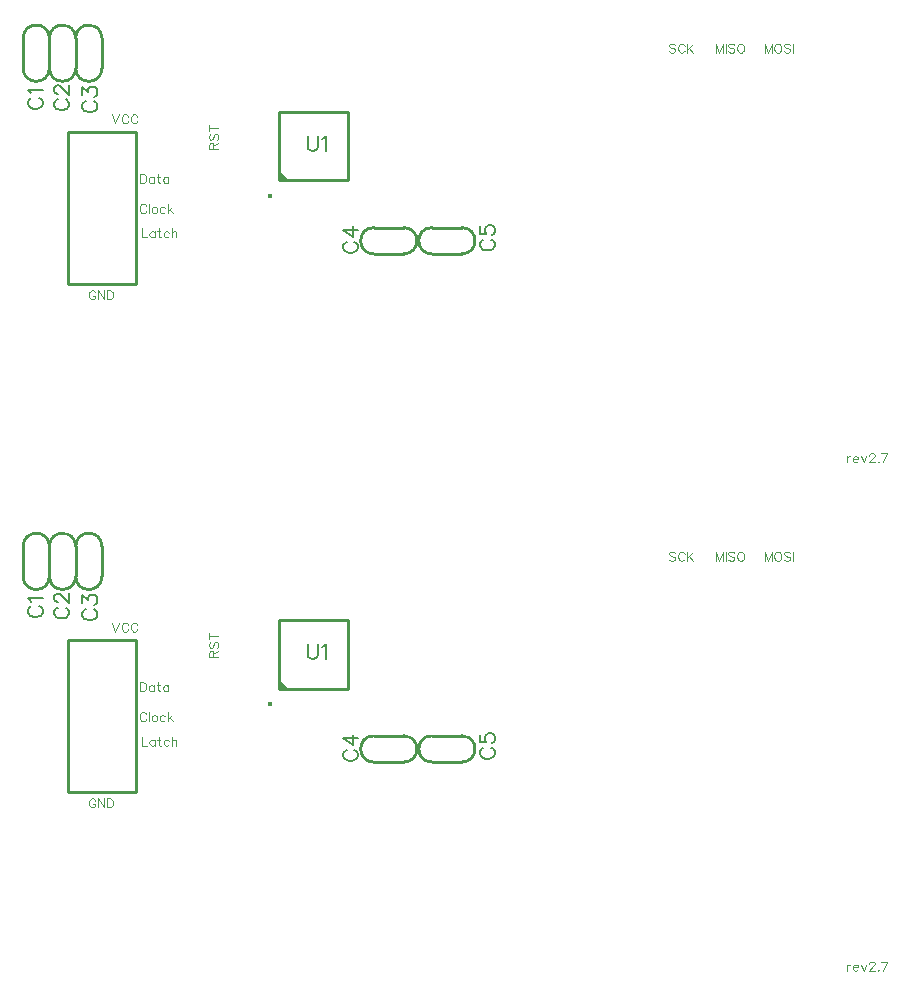
<source format=gto>
G04 DipTrace 3.3.1.3*
G04 top_silk_dendy_gamepad_Remastered_rev2.7.gto*
%MOMM*%
G04 #@! TF.FileFunction,Legend,Top*
G04 #@! TF.Part,Single*
%ADD10C,0.25*%
%ADD19C,0.11767*%
%ADD30O,0.41915X0.41612*%
%ADD55C,0.19608*%
%FSLAX35Y35*%
G04*
G71*
G90*
G75*
G01*
G04 TopSilk*
%LPD*%
X4111815Y4477247D2*
D10*
Y4731279D1*
X3889565Y4477247D2*
Y4731279D1*
X4111815D2*
G03X3889565Y4731279I-111125J-16D01*
G01*
Y4477247D2*
G03X4111815Y4477247I111125J16D01*
G01*
X4334088D2*
Y4731279D1*
X4111838Y4477247D2*
Y4731279D1*
X4334088D2*
G03X4111838Y4731279I-111125J-16D01*
G01*
Y4477247D2*
G03X4334088Y4477247I111125J16D01*
G01*
X4556362D2*
Y4731279D1*
X4334112Y4477247D2*
Y4731279D1*
X4556362D2*
G03X4334112Y4731279I-111125J-16D01*
G01*
Y4477247D2*
G03X4556362Y4477247I111125J16D01*
G01*
X7112259Y3127462D2*
X6858227D1*
X7112259Y2905212D2*
X6858227D1*
Y3127462D2*
G03X6858227Y2905212I16J-111125D01*
G01*
X7112259D2*
G03X7112259Y3127462I-16J111125D01*
G01*
X7604436D2*
X7350404D1*
X7604436Y2905212D2*
X7350404D1*
Y3127462D2*
G03X7350404Y2905212I16J-111125D01*
G01*
X7604436D2*
G03X7604436Y3127462I-16J111125D01*
G01*
X6059635Y3527406D2*
Y4107348D1*
X6639678D1*
Y3527406D1*
X6059635D1*
D30*
X5980602Y3396207D3*
G36*
X6059635Y3527406D2*
X6139627D1*
X6059635Y3607398D1*
Y3527406D1*
G37*
X4270593Y3937183D2*
D10*
X4842153D1*
Y2651173D1*
X4270593D1*
Y3937183D1*
X10863123Y1190513D2*
D19*
Y1139470D1*
Y1168613D2*
X10866830Y1179563D1*
X10874073Y1186890D1*
X10881400Y1190513D1*
X10892350D1*
X10915880Y1168613D2*
X10959597D1*
Y1175940D1*
X10955973Y1183270D1*
X10952350Y1186890D1*
X10945023Y1190513D1*
X10934073D1*
X10926830Y1186890D1*
X10919503Y1179563D1*
X10915880Y1168613D1*
Y1161370D1*
X10919503Y1150420D1*
X10926830Y1143177D1*
X10934073Y1139470D1*
X10945023D1*
X10952350Y1143177D1*
X10959597Y1150420D1*
X10983123Y1190513D2*
X11005023Y1139470D1*
X11026840Y1190513D1*
X11054077Y1197757D2*
Y1201380D1*
X11057700Y1208707D1*
X11061320Y1212327D1*
X11068650Y1215950D1*
X11083220D1*
X11090463Y1212327D1*
X11094087Y1208707D1*
X11097790Y1201380D1*
Y1194137D1*
X11094087Y1186807D1*
X11086843Y1175940D1*
X11050370Y1139470D1*
X11101413D1*
X11128567Y1146797D2*
X11124943Y1143090D1*
X11128567Y1139470D1*
X11132270Y1143090D1*
X11128567Y1146797D1*
X11170373Y1139470D2*
X11206843Y1215950D1*
X11155800D1*
X3959562Y4224635D2*
D55*
X3947489Y4218599D1*
X3935275Y4206386D1*
X3929238Y4194312D1*
Y4170026D1*
X3935275Y4157812D1*
X3947488Y4145739D1*
X3959561Y4139562D1*
X3977811Y4133526D1*
X4008275D1*
X4026385Y4139562D1*
X4038598Y4145739D1*
X4050671Y4157812D1*
X4056848Y4170026D1*
Y4194312D1*
X4050671Y4206385D1*
X4038598Y4218599D1*
X4026385Y4224635D1*
X3953665Y4263851D2*
X3947489Y4276065D1*
X3929379Y4294315D1*
X4056848Y4294314D1*
X4181835Y4213207D2*
X4169762Y4207171D1*
X4157548Y4194957D1*
X4151512Y4182884D1*
Y4158598D1*
X4157548Y4146384D1*
X4169762Y4134311D1*
X4181835Y4128134D1*
X4200085Y4122098D1*
X4230548D1*
X4248658Y4128134D1*
X4260871Y4134311D1*
X4272945Y4146384D1*
X4279121Y4158598D1*
Y4182884D1*
X4272945Y4194957D1*
X4260871Y4207171D1*
X4248658Y4213207D1*
X4181975Y4258600D2*
X4175939D1*
X4163725Y4264636D1*
X4157689Y4270673D1*
X4151652Y4282886D1*
Y4307173D1*
X4157689Y4319246D1*
X4163725Y4325283D1*
X4175939Y4331459D1*
X4188012D1*
X4200225Y4325282D1*
X4218335Y4313209D1*
X4279121Y4252423D1*
Y4337496D1*
X4419985Y4197331D2*
X4407912Y4191294D1*
X4395698Y4179081D1*
X4389662Y4167008D1*
Y4142721D1*
X4395698Y4130508D1*
X4407912Y4118435D1*
X4419985Y4112258D1*
X4438235Y4106221D1*
X4468698D1*
X4486808Y4112258D1*
X4499021Y4118435D1*
X4511095Y4130508D1*
X4517271Y4142721D1*
Y4167007D1*
X4511095Y4179081D1*
X4499021Y4191294D1*
X4486808Y4197331D1*
X4389802Y4248760D2*
Y4315442D1*
X4438375Y4279083D1*
Y4297333D1*
X4444412Y4309406D1*
X4450448Y4315442D1*
X4468698Y4321619D1*
X4480771D1*
X4499021Y4315442D1*
X4511235Y4303369D1*
X4517271Y4285119D1*
Y4266869D1*
X4511235Y4248760D1*
X4505058Y4242723D1*
X4492985Y4236546D1*
X6627568Y3007212D2*
X6615495Y3001176D1*
X6603282Y2988962D1*
X6597245Y2976889D1*
Y2952603D1*
X6603282Y2940389D1*
X6615495Y2928316D1*
X6627568Y2922139D1*
X6645818Y2916103D1*
X6676282D1*
X6694391Y2922139D1*
X6706605Y2928316D1*
X6718678Y2940389D1*
X6724855Y2952603D1*
Y2976889D1*
X6718678Y2988962D1*
X6706605Y3001176D1*
X6694391Y3007212D1*
X6724855Y3107214D2*
X6597386Y3107215D1*
X6682318Y3046428D1*
Y3137538D1*
X7786565Y3026107D2*
X7774492Y3020071D1*
X7762278Y3007857D1*
X7756242Y2995784D1*
Y2971498D1*
X7762278Y2959284D1*
X7774492Y2947211D1*
X7786565Y2941034D1*
X7804815Y2934998D1*
X7835278D1*
X7853388Y2941034D1*
X7865601Y2947211D1*
X7877675Y2959284D1*
X7883851Y2971498D1*
Y2995784D1*
X7877675Y3007857D1*
X7865601Y3020071D1*
X7853388Y3026107D1*
X7756382Y3138183D2*
Y3077536D1*
X7810992Y3071500D1*
X7804955Y3077536D1*
X7798778Y3095786D1*
Y3113896D1*
X7804955Y3132146D1*
X7817028Y3144359D1*
X7835278Y3150396D1*
X7847351D1*
X7865601Y3144359D1*
X7877815Y3132146D1*
X7883851Y3113896D1*
Y3095786D1*
X7877815Y3077536D1*
X7871638Y3071500D1*
X7859565Y3065323D1*
X6299034Y3905050D2*
Y3813940D1*
X6305070Y3795690D1*
X6317284Y3783617D1*
X6335534Y3777440D1*
X6347607D1*
X6365857Y3783617D1*
X6378070Y3795690D1*
X6384107Y3813940D1*
Y3905050D1*
X6423323Y3880623D2*
X6435536Y3886800D1*
X6453786Y3904910D1*
Y3777440D1*
X4641639Y4085982D2*
D19*
X4670783Y4009416D1*
X4699927Y4085982D1*
X4778122Y4067788D2*
X4774500Y4075032D1*
X4767172Y4082360D1*
X4759928Y4085982D1*
X4745356D1*
X4738028Y4082360D1*
X4730784Y4075032D1*
X4727078Y4067788D1*
X4723456Y4056838D1*
Y4038560D1*
X4727078Y4027694D1*
X4730784Y4020366D1*
X4738028Y4013122D1*
X4745356Y4009416D1*
X4759928D1*
X4767172Y4013122D1*
X4774500Y4020366D1*
X4778122Y4027694D1*
X4856317Y4067788D2*
X4852695Y4075032D1*
X4845367Y4082360D1*
X4838123Y4085982D1*
X4823551D1*
X4816223Y4082360D1*
X4808979Y4075032D1*
X4805273Y4067788D1*
X4801651Y4056838D1*
Y4038560D1*
X4805273Y4027694D1*
X4808979Y4020366D1*
X4816223Y4013122D1*
X4823551Y4009416D1*
X4838123D1*
X4845367Y4013122D1*
X4852695Y4020366D1*
X4856317Y4027694D1*
X4879789Y3581658D2*
Y3505093D1*
X4905311D1*
X4916261Y3508799D1*
X4923589Y3516043D1*
X4927211Y3523371D1*
X4930833Y3534236D1*
Y3552514D1*
X4927211Y3563464D1*
X4923589Y3570708D1*
X4916261Y3578036D1*
X4905311Y3581658D1*
X4879789D1*
X4998078Y3556136D2*
Y3505093D1*
Y3545186D2*
X4990834Y3552514D1*
X4983506Y3556136D1*
X4972640D1*
X4965312Y3552514D1*
X4958068Y3545186D1*
X4954362Y3534236D1*
Y3526993D1*
X4958068Y3516043D1*
X4965312Y3508799D1*
X4972640Y3505093D1*
X4983506D1*
X4990834Y3508799D1*
X4998078Y3516043D1*
X5032557Y3581658D2*
Y3519664D1*
X5036179Y3508799D1*
X5043507Y3505093D1*
X5050751D1*
X5021607Y3556136D2*
X5047129D1*
X5117996D2*
Y3505093D1*
Y3545186D2*
X5110753Y3552514D1*
X5103425Y3556136D1*
X5092559D1*
X5085231Y3552514D1*
X5077987Y3545186D1*
X5074281Y3534236D1*
Y3526993D1*
X5077987Y3516043D1*
X5085231Y3508799D1*
X5092559Y3505093D1*
X5103425D1*
X5110753Y3508799D1*
X5117996Y3516043D1*
X4930725Y3309438D2*
X4927103Y3316682D1*
X4919775Y3324010D1*
X4912531Y3327632D1*
X4897959D1*
X4890631Y3324010D1*
X4883387Y3316682D1*
X4879681Y3309438D1*
X4876059Y3298488D1*
Y3280210D1*
X4879681Y3269344D1*
X4883387Y3262016D1*
X4890631Y3254772D1*
X4897959Y3251066D1*
X4912531D1*
X4919775Y3254772D1*
X4927103Y3262016D1*
X4930725Y3269344D1*
X4954254Y3327632D2*
Y3251066D1*
X4995977Y3302110D2*
X4988734Y3298488D1*
X4981406Y3291160D1*
X4977784Y3280210D1*
Y3272966D1*
X4981406Y3262016D1*
X4988734Y3254772D1*
X4995977Y3251066D1*
X5006927D1*
X5014256Y3254772D1*
X5021499Y3262016D1*
X5025206Y3272966D1*
Y3280210D1*
X5021499Y3291160D1*
X5014256Y3298488D1*
X5006927Y3302110D1*
X4995977D1*
X5092535Y3291160D2*
X5085207Y3298488D1*
X5077879Y3302110D1*
X5067013D1*
X5059685Y3298488D1*
X5052441Y3291160D1*
X5048735Y3280210D1*
Y3272966D1*
X5052441Y3262016D1*
X5059685Y3254772D1*
X5067013Y3251066D1*
X5077879D1*
X5085207Y3254772D1*
X5092535Y3262016D1*
X5116064Y3327632D2*
Y3251066D1*
X5152536Y3302110D2*
X5116064Y3265638D1*
X5130636Y3280210D2*
X5156158Y3251066D1*
X4502055Y2579111D2*
X4498433Y2586355D1*
X4491105Y2593683D1*
X4483861Y2597305D1*
X4469289D1*
X4461961Y2593683D1*
X4454717Y2586355D1*
X4451011Y2579111D1*
X4447389Y2568161D1*
Y2549883D1*
X4451011Y2539017D1*
X4454717Y2531689D1*
X4461961Y2524445D1*
X4469289Y2520739D1*
X4483861D1*
X4491105Y2524445D1*
X4498433Y2531689D1*
X4502055Y2539017D1*
Y2549883D1*
X4483861D1*
X4576628Y2597305D2*
Y2520739D1*
X4525584Y2597305D1*
Y2520739D1*
X4600157Y2597305D2*
Y2520739D1*
X4625679D1*
X4636629Y2524445D1*
X4643957Y2531689D1*
X4647579Y2539017D1*
X4651201Y2549883D1*
Y2568161D1*
X4647579Y2579111D1*
X4643957Y2586355D1*
X4636629Y2593683D1*
X4625679Y2597305D1*
X4600157D1*
X4891936Y3121235D2*
Y3044669D1*
X4935651D1*
X5002897Y3095713D2*
Y3044669D1*
Y3084763D2*
X4995653Y3092091D1*
X4988325Y3095713D1*
X4977459D1*
X4970131Y3092091D1*
X4962887Y3084763D1*
X4959181Y3073813D1*
Y3066569D1*
X4962887Y3055619D1*
X4970131Y3048375D1*
X4977459Y3044669D1*
X4988325D1*
X4995653Y3048375D1*
X5002897Y3055619D1*
X5037376Y3121235D2*
Y3059241D1*
X5040998Y3048375D1*
X5048326Y3044669D1*
X5055570D1*
X5026426Y3095713D2*
X5051948D1*
X5122899Y3084763D2*
X5115571Y3092091D1*
X5108243Y3095713D1*
X5097377D1*
X5090049Y3092091D1*
X5082805Y3084763D1*
X5079099Y3073813D1*
Y3066569D1*
X5082805Y3055619D1*
X5090049Y3048375D1*
X5097377Y3044669D1*
X5108243D1*
X5115571Y3048375D1*
X5122899Y3055619D1*
X5146429Y3121235D2*
Y3044669D1*
Y3081141D2*
X5157379Y3092091D1*
X5164707Y3095713D1*
X5175657D1*
X5182901Y3092091D1*
X5186523Y3081141D1*
Y3044669D1*
X9411400Y4674115D2*
X9404156Y4681443D1*
X9393206Y4685065D1*
X9378634D1*
X9367684Y4681443D1*
X9360356Y4674115D1*
Y4666871D1*
X9364062Y4659543D1*
X9367684Y4655921D1*
X9374928Y4652299D1*
X9396828Y4644971D1*
X9404156Y4641349D1*
X9407778Y4637643D1*
X9411400Y4630399D1*
Y4619449D1*
X9404156Y4612205D1*
X9393206Y4608499D1*
X9378634D1*
X9367684Y4612205D1*
X9360356Y4619449D1*
X9489595Y4666871D2*
X9485973Y4674115D1*
X9478645Y4681443D1*
X9471401Y4685065D1*
X9456829D1*
X9449501Y4681443D1*
X9442257Y4674115D1*
X9438551Y4666871D1*
X9434929Y4655921D1*
Y4637643D1*
X9438551Y4626777D1*
X9442257Y4619449D1*
X9449501Y4612205D1*
X9456829Y4608499D1*
X9471401D1*
X9478645Y4612205D1*
X9485973Y4619449D1*
X9489595Y4626777D1*
X9513124Y4685065D2*
Y4608499D1*
X9564168Y4685065D2*
X9513124Y4634021D1*
X9531318Y4652299D2*
X9564168Y4608499D1*
X10227033D2*
Y4685065D1*
X10197890Y4608499D1*
X10168746Y4685065D1*
Y4608499D1*
X10272463Y4685065D2*
X10265135Y4681443D1*
X10257891Y4674115D1*
X10254185Y4666871D1*
X10250563Y4655921D1*
Y4637643D1*
X10254185Y4626777D1*
X10257891Y4619449D1*
X10265135Y4612205D1*
X10272463Y4608499D1*
X10287035D1*
X10294279Y4612205D1*
X10301607Y4619449D1*
X10305229Y4626777D1*
X10308850Y4637643D1*
Y4655921D1*
X10305229Y4666871D1*
X10301607Y4674115D1*
X10294279Y4681443D1*
X10287035Y4685065D1*
X10272463D1*
X10383424Y4674115D2*
X10376180Y4681443D1*
X10365230Y4685065D1*
X10350658D1*
X10339708Y4681443D1*
X10332380Y4674115D1*
Y4666871D1*
X10336086Y4659543D1*
X10339708Y4655921D1*
X10346952Y4652299D1*
X10368852Y4644971D1*
X10376180Y4641349D1*
X10379802Y4637643D1*
X10383424Y4630399D1*
Y4619449D1*
X10376180Y4612205D1*
X10365230Y4608499D1*
X10350658D1*
X10339708Y4612205D1*
X10332380Y4619449D1*
X10406953Y4685065D2*
Y4608499D1*
X9814240D2*
Y4685065D1*
X9785096Y4608499D1*
X9755952Y4685065D1*
Y4608499D1*
X9837769Y4685065D2*
Y4608499D1*
X9912343Y4674115D2*
X9905099Y4681443D1*
X9894149Y4685065D1*
X9879577D1*
X9868627Y4681443D1*
X9861299Y4674115D1*
Y4666871D1*
X9865005Y4659543D1*
X9868627Y4655921D1*
X9875871Y4652299D1*
X9897771Y4644971D1*
X9905099Y4641349D1*
X9908721Y4637643D1*
X9912343Y4630399D1*
Y4619449D1*
X9905099Y4612205D1*
X9894149Y4608499D1*
X9879577D1*
X9868627Y4612205D1*
X9861299Y4619449D1*
X9957772Y4685065D2*
X9950444Y4681443D1*
X9943200Y4674115D1*
X9939494Y4666871D1*
X9935872Y4655921D1*
Y4637643D1*
X9939494Y4626777D1*
X9943200Y4619449D1*
X9950444Y4612205D1*
X9957772Y4608499D1*
X9972344D1*
X9979588Y4612205D1*
X9986916Y4619449D1*
X9990538Y4626777D1*
X9994160Y4637643D1*
Y4655921D1*
X9990538Y4666871D1*
X9986916Y4674115D1*
X9979588Y4681443D1*
X9972344Y4685065D1*
X9957772D1*
X5500760Y3795893D2*
Y3828658D1*
X5497054Y3839608D1*
X5493432Y3843315D1*
X5486189Y3846936D1*
X5478860D1*
X5471617Y3843315D1*
X5467910Y3839608D1*
X5464288Y3828658D1*
Y3795893D1*
X5540854D1*
X5500760Y3821415D2*
X5540854Y3846936D1*
X5475239Y3921510D2*
X5467910Y3914266D1*
X5464289Y3903316D1*
Y3888744D1*
X5467910Y3877794D1*
X5475239Y3870466D1*
X5482482D1*
X5489810Y3874172D1*
X5493432Y3877794D1*
X5497054Y3885038D1*
X5504382Y3906938D1*
X5508004Y3914266D1*
X5511710Y3917888D1*
X5518954Y3921510D1*
X5529904Y3921509D1*
X5537148Y3914266D1*
X5540854Y3903316D1*
Y3888744D1*
X5537148Y3877794D1*
X5529904Y3870466D1*
X5464289Y3970561D2*
X5540854D1*
X5464289Y3945039D2*
Y3996083D1*
X4111815Y8779824D2*
D10*
Y9033856D1*
X3889565Y8779824D2*
Y9033856D1*
X4111815D2*
G03X3889565Y9033856I-111125J-16D01*
G01*
Y8779824D2*
G03X4111815Y8779824I111125J16D01*
G01*
X4334088D2*
Y9033856D1*
X4111838Y8779824D2*
Y9033856D1*
X4334088D2*
G03X4111838Y9033856I-111125J-16D01*
G01*
Y8779824D2*
G03X4334088Y8779824I111125J16D01*
G01*
X4556362D2*
Y9033856D1*
X4334112Y8779824D2*
Y9033856D1*
X4556362D2*
G03X4334112Y9033856I-111125J-16D01*
G01*
Y8779824D2*
G03X4556362Y8779824I111125J16D01*
G01*
X7112259Y7430038D2*
X6858227D1*
X7112259Y7207788D2*
X6858227D1*
Y7430038D2*
G03X6858227Y7207788I16J-111125D01*
G01*
X7112259D2*
G03X7112259Y7430038I-16J111125D01*
G01*
X7604436D2*
X7350404D1*
X7604436Y7207788D2*
X7350404D1*
Y7430038D2*
G03X7350404Y7207788I16J-111125D01*
G01*
X7604436D2*
G03X7604436Y7430038I-16J111125D01*
G01*
X6059635Y7829982D2*
Y8409924D1*
X6639678D1*
Y7829982D1*
X6059635D1*
D30*
X5980602Y7698783D3*
G36*
X6059635Y7829982D2*
X6139627D1*
X6059635Y7909974D1*
Y7829982D1*
G37*
X4270593Y8239760D2*
D10*
X4842153D1*
Y6953750D1*
X4270593D1*
Y8239760D1*
X10863123Y5493090D2*
D19*
Y5442047D1*
Y5471190D2*
X10866830Y5482140D1*
X10874073Y5489467D1*
X10881400Y5493090D1*
X10892350D1*
X10915880Y5471190D2*
X10959597D1*
Y5478517D1*
X10955973Y5485847D1*
X10952350Y5489467D1*
X10945023Y5493090D1*
X10934073D1*
X10926830Y5489467D1*
X10919503Y5482140D1*
X10915880Y5471190D1*
Y5463947D1*
X10919503Y5452997D1*
X10926830Y5445753D1*
X10934073Y5442047D1*
X10945023D1*
X10952350Y5445753D1*
X10959597Y5452997D1*
X10983123Y5493090D2*
X11005023Y5442047D1*
X11026840Y5493090D1*
X11054077Y5500333D2*
Y5503957D1*
X11057700Y5511283D1*
X11061320Y5514903D1*
X11068650Y5518527D1*
X11083220D1*
X11090463Y5514903D1*
X11094087Y5511283D1*
X11097790Y5503957D1*
Y5496713D1*
X11094087Y5489383D1*
X11086843Y5478517D1*
X11050370Y5442047D1*
X11101413D1*
X11128567Y5449373D2*
X11124943Y5445667D1*
X11128567Y5442047D1*
X11132270Y5445667D1*
X11128567Y5449373D1*
X11170373Y5442047D2*
X11206843Y5518527D1*
X11155800D1*
X3959562Y8527212D2*
D55*
X3947489Y8521176D1*
X3935275Y8508962D1*
X3929238Y8496889D1*
Y8472603D1*
X3935275Y8460389D1*
X3947488Y8448316D1*
X3959561Y8442139D1*
X3977811Y8436103D1*
X4008275D1*
X4026385Y8442139D1*
X4038598Y8448316D1*
X4050671Y8460389D1*
X4056848Y8472602D1*
Y8496889D1*
X4050671Y8508962D1*
X4038598Y8521175D1*
X4026385Y8527212D1*
X3953665Y8566428D2*
X3947489Y8578641D1*
X3929379Y8596891D1*
X4056848D1*
X4181835Y8515784D2*
X4169762Y8509747D1*
X4157548Y8497534D1*
X4151512Y8485461D1*
Y8461174D1*
X4157548Y8448961D1*
X4169762Y8436888D1*
X4181835Y8430711D1*
X4200085Y8424674D1*
X4230548D1*
X4248658Y8430711D1*
X4260871Y8436888D1*
X4272945Y8448961D1*
X4279121Y8461174D1*
Y8485461D1*
X4272945Y8497534D1*
X4260871Y8509747D1*
X4248658Y8515784D1*
X4181975Y8561177D2*
X4175939D1*
X4163725Y8567213D1*
X4157689Y8573250D1*
X4151652Y8585463D1*
Y8609750D1*
X4157689Y8621823D1*
X4163725Y8627859D1*
X4175939Y8634036D1*
X4188012D1*
X4200225Y8627859D1*
X4218335Y8615786D1*
X4279121Y8554999D1*
Y8640073D1*
X4419985Y8499907D2*
X4407912Y8493871D1*
X4395698Y8481657D1*
X4389662Y8469584D1*
Y8445298D1*
X4395698Y8433084D1*
X4407912Y8421011D1*
X4419985Y8414834D1*
X4438235Y8408798D1*
X4468698D1*
X4486808Y8414834D1*
X4499021Y8421011D1*
X4511095Y8433084D1*
X4517271Y8445298D1*
Y8469584D1*
X4511095Y8481657D1*
X4499021Y8493871D1*
X4486808Y8499907D1*
X4389802Y8551336D2*
Y8618019D1*
X4438375Y8581659D1*
Y8599909D1*
X4444412Y8611982D1*
X4450448Y8618019D1*
X4468698Y8624196D1*
X4480771D1*
X4499021Y8618019D1*
X4511235Y8605946D1*
X4517271Y8587696D1*
Y8569446D1*
X4511235Y8551336D1*
X4505058Y8545300D1*
X4492985Y8539123D1*
X6627568Y7309789D2*
X6615495Y7303753D1*
X6603282Y7291539D1*
X6597245Y7279466D1*
Y7255180D1*
X6603282Y7242966D1*
X6615495Y7230893D1*
X6627568Y7224716D1*
X6645818Y7218680D1*
X6676282D1*
X6694391Y7224716D1*
X6706605Y7230893D1*
X6718678Y7242966D1*
X6724855Y7255179D1*
Y7279466D1*
X6718678Y7291539D1*
X6706605Y7303752D1*
X6694391Y7309789D1*
X6724855Y7409791D2*
X6597386D1*
X6682318Y7349005D1*
Y7440114D1*
X7786565Y7328684D2*
X7774492Y7322647D1*
X7762278Y7310434D1*
X7756242Y7298361D1*
Y7274074D1*
X7762278Y7261861D1*
X7774492Y7249788D1*
X7786565Y7243611D1*
X7804815Y7237574D1*
X7835278D1*
X7853388Y7243611D1*
X7865601Y7249788D1*
X7877675Y7261861D1*
X7883851Y7274074D1*
Y7298361D1*
X7877675Y7310434D1*
X7865601Y7322647D1*
X7853388Y7328684D1*
X7756382Y7440759D2*
Y7380113D1*
X7810992Y7374077D1*
X7804955Y7380113D1*
X7798778Y7398363D1*
Y7416473D1*
X7804955Y7434723D1*
X7817028Y7446936D1*
X7835278Y7452973D1*
X7847351D1*
X7865601Y7446936D1*
X7877815Y7434723D1*
X7883851Y7416473D1*
Y7398363D1*
X7877815Y7380113D1*
X7871638Y7374076D1*
X7859565Y7367900D1*
X6299034Y8207627D2*
Y8116517D1*
X6305070Y8098267D1*
X6317284Y8086194D1*
X6335534Y8080017D1*
X6347607D1*
X6365857Y8086194D1*
X6378070Y8098267D1*
X6384107Y8116517D1*
Y8207627D1*
X6423323Y8183200D2*
X6435536Y8189377D1*
X6453786Y8207486D1*
Y8080017D1*
X4641639Y8388558D2*
D19*
X4670783Y8311993D1*
X4699927Y8388558D1*
X4778122Y8370364D2*
X4774500Y8377608D1*
X4767172Y8384936D1*
X4759928Y8388558D1*
X4745356D1*
X4738028Y8384936D1*
X4730784Y8377608D1*
X4727078Y8370364D1*
X4723456Y8359414D1*
Y8341136D1*
X4727078Y8330271D1*
X4730784Y8322943D1*
X4738028Y8315699D1*
X4745356Y8311993D1*
X4759928D1*
X4767172Y8315699D1*
X4774500Y8322943D1*
X4778122Y8330271D1*
X4856317Y8370364D2*
X4852695Y8377608D1*
X4845367Y8384936D1*
X4838123Y8388558D1*
X4823551D1*
X4816223Y8384936D1*
X4808979Y8377608D1*
X4805273Y8370364D1*
X4801651Y8359414D1*
Y8341136D1*
X4805273Y8330271D1*
X4808979Y8322943D1*
X4816223Y8315699D1*
X4823551Y8311993D1*
X4838123D1*
X4845367Y8315699D1*
X4852695Y8322943D1*
X4856317Y8330271D1*
X4879789Y7884235D2*
Y7807669D1*
X4905311D1*
X4916261Y7811375D1*
X4923589Y7818619D1*
X4927211Y7825947D1*
X4930833Y7836813D1*
Y7855091D1*
X4927211Y7866041D1*
X4923589Y7873285D1*
X4916261Y7880613D1*
X4905311Y7884235D1*
X4879789D1*
X4998078Y7858713D2*
Y7807669D1*
Y7847763D2*
X4990834Y7855091D1*
X4983506Y7858713D1*
X4972640D1*
X4965312Y7855091D1*
X4958068Y7847763D1*
X4954362Y7836813D1*
Y7829569D1*
X4958068Y7818619D1*
X4965312Y7811375D1*
X4972640Y7807669D1*
X4983506D1*
X4990834Y7811375D1*
X4998078Y7818619D1*
X5032557Y7884235D2*
Y7822241D1*
X5036179Y7811375D1*
X5043507Y7807669D1*
X5050751D1*
X5021607Y7858713D2*
X5047129D1*
X5117996D2*
Y7807669D1*
Y7847763D2*
X5110753Y7855091D1*
X5103425Y7858713D1*
X5092559D1*
X5085231Y7855091D1*
X5077987Y7847763D1*
X5074281Y7836813D1*
Y7829569D1*
X5077987Y7818619D1*
X5085231Y7811375D1*
X5092559Y7807669D1*
X5103425D1*
X5110753Y7811375D1*
X5117996Y7818619D1*
X4930725Y7612014D2*
X4927103Y7619258D1*
X4919775Y7626586D1*
X4912531Y7630208D1*
X4897959D1*
X4890631Y7626586D1*
X4883387Y7619258D1*
X4879681Y7612014D1*
X4876059Y7601064D1*
Y7582786D1*
X4879681Y7571921D1*
X4883387Y7564593D1*
X4890631Y7557349D1*
X4897959Y7553643D1*
X4912531D1*
X4919775Y7557349D1*
X4927103Y7564593D1*
X4930725Y7571921D1*
X4954254Y7630208D2*
Y7553643D1*
X4995977Y7604686D2*
X4988734Y7601064D1*
X4981406Y7593736D1*
X4977784Y7582786D1*
Y7575543D1*
X4981406Y7564593D1*
X4988734Y7557349D1*
X4995977Y7553643D1*
X5006927D1*
X5014256Y7557349D1*
X5021499Y7564593D1*
X5025206Y7575543D1*
Y7582786D1*
X5021499Y7593736D1*
X5014256Y7601064D1*
X5006927Y7604686D1*
X4995977D1*
X5092535Y7593736D2*
X5085207Y7601064D1*
X5077879Y7604686D1*
X5067013D1*
X5059685Y7601064D1*
X5052441Y7593736D1*
X5048735Y7582786D1*
Y7575543D1*
X5052441Y7564593D1*
X5059685Y7557349D1*
X5067013Y7553643D1*
X5077879D1*
X5085207Y7557349D1*
X5092535Y7564593D1*
X5116064Y7630208D2*
Y7553643D1*
X5152536Y7604686D2*
X5116064Y7568214D1*
X5130636Y7582786D2*
X5156158Y7553643D1*
X4502055Y6881688D2*
X4498433Y6888932D1*
X4491105Y6896260D1*
X4483861Y6899882D1*
X4469289D1*
X4461961Y6896260D1*
X4454717Y6888932D1*
X4451011Y6881688D1*
X4447389Y6870738D1*
Y6852460D1*
X4451011Y6841594D1*
X4454717Y6834266D1*
X4461961Y6827022D1*
X4469289Y6823316D1*
X4483861D1*
X4491105Y6827022D1*
X4498433Y6834266D1*
X4502055Y6841594D1*
Y6852460D1*
X4483861D1*
X4576628Y6899882D2*
Y6823316D1*
X4525584Y6899882D1*
Y6823316D1*
X4600157Y6899882D2*
Y6823316D1*
X4625679D1*
X4636629Y6827022D1*
X4643957Y6834266D1*
X4647579Y6841594D1*
X4651201Y6852460D1*
Y6870738D1*
X4647579Y6881688D1*
X4643957Y6888932D1*
X4636629Y6896260D1*
X4625679Y6899882D1*
X4600157D1*
X4891936Y7423812D2*
Y7347246D1*
X4935651D1*
X5002897Y7398290D2*
Y7347246D1*
Y7387340D2*
X4995653Y7394668D1*
X4988325Y7398290D1*
X4977459D1*
X4970131Y7394668D1*
X4962887Y7387340D1*
X4959181Y7376390D1*
Y7369146D1*
X4962887Y7358196D1*
X4970131Y7350952D1*
X4977459Y7347246D1*
X4988325D1*
X4995653Y7350952D1*
X5002897Y7358196D1*
X5037376Y7423812D2*
Y7361818D1*
X5040998Y7350952D1*
X5048326Y7347246D1*
X5055570D1*
X5026426Y7398290D2*
X5051948D1*
X5122899Y7387340D2*
X5115571Y7394668D1*
X5108243Y7398290D1*
X5097377D1*
X5090049Y7394668D1*
X5082805Y7387340D1*
X5079099Y7376390D1*
Y7369146D1*
X5082805Y7358196D1*
X5090049Y7350952D1*
X5097377Y7347246D1*
X5108243D1*
X5115571Y7350952D1*
X5122899Y7358196D1*
X5146429Y7423812D2*
Y7347246D1*
Y7383718D2*
X5157379Y7394668D1*
X5164707Y7398290D1*
X5175657D1*
X5182901Y7394668D1*
X5186523Y7383718D1*
Y7347246D1*
X9411400Y8976692D2*
X9404156Y8984020D1*
X9393206Y8987642D1*
X9378634D1*
X9367684Y8984020D1*
X9360356Y8976692D1*
Y8969448D1*
X9364062Y8962120D1*
X9367684Y8958498D1*
X9374928Y8954876D1*
X9396828Y8947548D1*
X9404156Y8943926D1*
X9407778Y8940220D1*
X9411400Y8932976D1*
Y8922026D1*
X9404156Y8914782D1*
X9393206Y8911076D1*
X9378634D1*
X9367684Y8914782D1*
X9360356Y8922026D1*
X9489595Y8969448D2*
X9485973Y8976692D1*
X9478645Y8984020D1*
X9471401Y8987642D1*
X9456829D1*
X9449501Y8984020D1*
X9442257Y8976692D1*
X9438551Y8969448D1*
X9434929Y8958498D1*
Y8940220D1*
X9438551Y8929354D1*
X9442257Y8922026D1*
X9449501Y8914782D1*
X9456829Y8911076D1*
X9471401D1*
X9478645Y8914782D1*
X9485973Y8922026D1*
X9489595Y8929354D1*
X9513124Y8987642D2*
Y8911076D1*
X9564168Y8987642D2*
X9513124Y8936598D1*
X9531318Y8954876D2*
X9564168Y8911076D1*
X10227033D2*
Y8987642D1*
X10197890Y8911076D1*
X10168746Y8987642D1*
Y8911076D1*
X10272463Y8987642D2*
X10265135Y8984020D1*
X10257891Y8976692D1*
X10254185Y8969448D1*
X10250563Y8958498D1*
Y8940220D1*
X10254185Y8929354D1*
X10257891Y8922026D1*
X10265135Y8914782D1*
X10272463Y8911076D1*
X10287035D1*
X10294279Y8914782D1*
X10301607Y8922026D1*
X10305229Y8929354D1*
X10308850Y8940220D1*
Y8958498D1*
X10305229Y8969448D1*
X10301607Y8976692D1*
X10294279Y8984020D1*
X10287035Y8987642D1*
X10272463D1*
X10383424Y8976692D2*
X10376180Y8984020D1*
X10365230Y8987642D1*
X10350658D1*
X10339708Y8984020D1*
X10332380Y8976692D1*
Y8969448D1*
X10336086Y8962120D1*
X10339708Y8958498D1*
X10346952Y8954876D1*
X10368852Y8947548D1*
X10376180Y8943926D1*
X10379802Y8940220D1*
X10383424Y8932976D1*
Y8922026D1*
X10376180Y8914782D1*
X10365230Y8911076D1*
X10350658D1*
X10339708Y8914782D1*
X10332380Y8922026D1*
X10406953Y8987642D2*
Y8911076D1*
X9814240D2*
Y8987642D1*
X9785096Y8911076D1*
X9755952Y8987642D1*
Y8911076D1*
X9837769Y8987642D2*
Y8911076D1*
X9912343Y8976692D2*
X9905099Y8984020D1*
X9894149Y8987642D1*
X9879577D1*
X9868627Y8984020D1*
X9861299Y8976692D1*
Y8969448D1*
X9865005Y8962120D1*
X9868627Y8958498D1*
X9875871Y8954876D1*
X9897771Y8947548D1*
X9905099Y8943926D1*
X9908721Y8940220D1*
X9912343Y8932976D1*
Y8922026D1*
X9905099Y8914782D1*
X9894149Y8911076D1*
X9879577D1*
X9868627Y8914782D1*
X9861299Y8922026D1*
X9957772Y8987642D2*
X9950444Y8984020D1*
X9943200Y8976692D1*
X9939494Y8969448D1*
X9935872Y8958498D1*
Y8940220D1*
X9939494Y8929354D1*
X9943200Y8922026D1*
X9950444Y8914782D1*
X9957772Y8911076D1*
X9972344D1*
X9979588Y8914782D1*
X9986916Y8922026D1*
X9990538Y8929354D1*
X9994160Y8940220D1*
Y8958498D1*
X9990538Y8969448D1*
X9986916Y8976692D1*
X9979588Y8984020D1*
X9972344Y8987642D1*
X9957772D1*
X5500760Y8098469D2*
Y8131235D1*
X5497054Y8142185D1*
X5493432Y8145891D1*
X5486189Y8149513D1*
X5478860D1*
X5471617Y8145891D1*
X5467910Y8142185D1*
X5464288Y8131235D1*
Y8098469D1*
X5540854D1*
X5500760Y8123991D2*
X5540854Y8149513D1*
X5475239Y8224086D2*
X5467910Y8216842D1*
X5464289Y8205892D1*
Y8191321D1*
X5467910Y8180371D1*
X5475239Y8173042D1*
X5482482D1*
X5489810Y8176749D1*
X5493432Y8180371D1*
X5497054Y8187614D1*
X5504382Y8209514D1*
X5508004Y8216842D1*
X5511710Y8220464D1*
X5518954Y8224086D1*
X5529904D1*
X5537148Y8216842D1*
X5540854Y8205892D1*
Y8191320D1*
X5537148Y8180370D1*
X5529904Y8173042D1*
X5464289Y8273138D2*
X5540854Y8273137D1*
X5464289Y8247616D2*
Y8298659D1*
M02*

</source>
